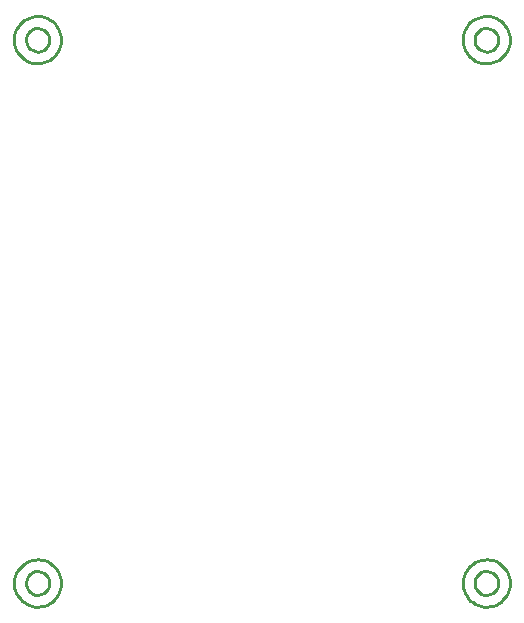
<source format=gko>
G04*
G04 #@! TF.GenerationSoftware,Altium Limited,Altium Designer,22.11.1 (43)*
G04*
G04 Layer_Color=16711935*
%FSLAX25Y25*%
%MOIN*%
G70*
G04*
G04 #@! TF.SameCoordinates,CE4FA216-54C7-4044-9C64-AD491F851F59*
G04*
G04*
G04 #@! TF.FilePolarity,Positive*
G04*
G01*
G75*
%ADD11C,0.01000*%
D11*
X11811Y188976D02*
X11687Y189955D01*
X11324Y190873D01*
X10744Y191672D01*
X9984Y192300D01*
X9091Y192721D01*
X8121Y192906D01*
X7136Y192844D01*
X6198Y192539D01*
X5364Y192010D01*
X4689Y191290D01*
X4214Y190426D01*
X3968Y189470D01*
Y188483D01*
X4214Y187527D01*
X4689Y186662D01*
X5364Y185943D01*
X6198Y185414D01*
X7136Y185109D01*
X8121Y185047D01*
X9091Y185232D01*
X9984Y185652D01*
X10744Y186281D01*
X11324Y187080D01*
X11687Y187997D01*
X11811Y188976D01*
X161417Y188976D02*
X161294Y189955D01*
X160930Y190873D01*
X160350Y191672D01*
X159590Y192300D01*
X158697Y192721D01*
X157728Y192906D01*
X156743Y192844D01*
X155804Y192539D01*
X154971Y192010D01*
X154295Y191290D01*
X153820Y190426D01*
X153574Y189470D01*
Y188483D01*
X153820Y187527D01*
X154295Y186662D01*
X154971Y185943D01*
X155804Y185414D01*
X156743Y185109D01*
X157728Y185047D01*
X158697Y185232D01*
X159590Y185652D01*
X160350Y186281D01*
X160930Y187080D01*
X161294Y187997D01*
X161417Y188976D01*
Y7874D02*
X161294Y8853D01*
X160930Y9771D01*
X160350Y10569D01*
X159590Y11198D01*
X158697Y11618D01*
X157728Y11803D01*
X156743Y11741D01*
X155804Y11436D01*
X154971Y10908D01*
X154295Y10188D01*
X153820Y9323D01*
X153574Y8367D01*
Y7381D01*
X153820Y6425D01*
X154295Y5560D01*
X154971Y4840D01*
X155804Y4312D01*
X156743Y4007D01*
X157728Y3945D01*
X158697Y4130D01*
X159590Y4550D01*
X160350Y5179D01*
X160930Y5977D01*
X161294Y6895D01*
X161417Y7874D01*
X11811Y7874D02*
X11687Y8853D01*
X11324Y9771D01*
X10744Y10569D01*
X9984Y11198D01*
X9091Y11618D01*
X8121Y11803D01*
X7136Y11741D01*
X6198Y11436D01*
X5364Y10908D01*
X4689Y10188D01*
X4214Y9323D01*
X3968Y8367D01*
Y7381D01*
X4214Y6425D01*
X4689Y5560D01*
X5364Y4840D01*
X6198Y4312D01*
X7136Y4007D01*
X8121Y3945D01*
X9091Y4130D01*
X9984Y4550D01*
X10744Y5179D01*
X11324Y5977D01*
X11687Y6895D01*
X11811Y7874D01*
X15748Y7874D02*
X15683Y8881D01*
X15491Y9871D01*
X15173Y10829D01*
X14735Y11738D01*
X14184Y12584D01*
X13530Y13352D01*
X12783Y14030D01*
X11956Y14607D01*
X11061Y15074D01*
X10114Y15423D01*
X9131Y15647D01*
X8126Y15744D01*
X7118Y15712D01*
X6122Y15551D01*
X5155Y15263D01*
X4232Y14855D01*
X3369Y14332D01*
X2580Y13703D01*
X1878Y12978D01*
X1275Y12170D01*
X780Y11290D01*
X401Y10355D01*
X145Y9379D01*
X16Y8378D01*
Y7369D01*
X145Y6369D01*
X401Y5393D01*
X780Y4458D01*
X1275Y3579D01*
X1878Y2770D01*
X2580Y2045D01*
X3369Y1416D01*
X4232Y893D01*
X5155Y484D01*
X6122Y197D01*
X7118Y36D01*
X8126Y4D01*
X9131Y101D01*
X10114Y326D01*
X11061Y674D01*
X11956Y1141D01*
X12783Y1718D01*
X13530Y2396D01*
X14184Y3164D01*
X14735Y4010D01*
X15173Y4919D01*
X15491Y5877D01*
X15683Y6867D01*
X15748Y7874D01*
Y188976D02*
X15683Y189983D01*
X15491Y190974D01*
X15173Y191931D01*
X14735Y192840D01*
X14184Y193686D01*
X13530Y194454D01*
X12783Y195133D01*
X11956Y195710D01*
X11061Y196177D01*
X10114Y196525D01*
X9131Y196749D01*
X8126Y196846D01*
X7118Y196814D01*
X6122Y196653D01*
X5155Y196366D01*
X4232Y195958D01*
X3369Y195434D01*
X2580Y194805D01*
X1878Y194080D01*
X1275Y193272D01*
X780Y192393D01*
X401Y191457D01*
X145Y190482D01*
X16Y189481D01*
Y188472D01*
X145Y187471D01*
X401Y186495D01*
X780Y185560D01*
X1275Y184681D01*
X1878Y183872D01*
X2580Y183147D01*
X3369Y182518D01*
X4232Y181995D01*
X5155Y181587D01*
X6122Y181300D01*
X7118Y181139D01*
X8126Y181106D01*
X9131Y181203D01*
X10114Y181428D01*
X11061Y181776D01*
X11956Y182243D01*
X12783Y182820D01*
X13530Y183499D01*
X14184Y184267D01*
X14735Y185112D01*
X15173Y186021D01*
X15491Y186979D01*
X15683Y187970D01*
X15748Y188976D01*
X165354Y7874D02*
X165290Y8881D01*
X165097Y9871D01*
X164779Y10829D01*
X164341Y11738D01*
X163791Y12584D01*
X163137Y13352D01*
X162390Y14030D01*
X161562Y14607D01*
X160668Y15074D01*
X159721Y15423D01*
X158737Y15647D01*
X157733Y15744D01*
X156724Y15712D01*
X155728Y15551D01*
X154761Y15263D01*
X153838Y14855D01*
X152975Y14332D01*
X152187Y13703D01*
X151485Y12978D01*
X150881Y12170D01*
X150386Y11290D01*
X150007Y10355D01*
X149751Y9379D01*
X149622Y8378D01*
Y7369D01*
X149751Y6369D01*
X150007Y5393D01*
X150386Y4458D01*
X150881Y3579D01*
X151485Y2770D01*
X152187Y2045D01*
X152975Y1416D01*
X153838Y893D01*
X154761Y484D01*
X155728Y197D01*
X156724Y36D01*
X157733Y4D01*
X158737Y101D01*
X159721Y326D01*
X160668Y674D01*
X161562Y1141D01*
X162390Y1718D01*
X163137Y2396D01*
X163791Y3164D01*
X164341Y4010D01*
X164779Y4919D01*
X165097Y5877D01*
X165290Y6867D01*
X165354Y7874D01*
Y188976D02*
X165290Y189983D01*
X165097Y190974D01*
X164779Y191931D01*
X164341Y192840D01*
X163791Y193686D01*
X163137Y194454D01*
X162390Y195133D01*
X161562Y195710D01*
X160668Y196177D01*
X159721Y196525D01*
X158737Y196749D01*
X157733Y196846D01*
X156724Y196814D01*
X155728Y196653D01*
X154761Y196366D01*
X153838Y195958D01*
X152975Y195434D01*
X152187Y194805D01*
X151485Y194080D01*
X150881Y193272D01*
X150386Y192393D01*
X150007Y191457D01*
X149751Y190482D01*
X149622Y189481D01*
Y188472D01*
X149751Y187471D01*
X150007Y186495D01*
X150386Y185560D01*
X150881Y184681D01*
X151485Y183872D01*
X152187Y183147D01*
X152975Y182518D01*
X153838Y181995D01*
X154761Y181587D01*
X155728Y181300D01*
X156724Y181139D01*
X157733Y181106D01*
X158737Y181203D01*
X159721Y181428D01*
X160668Y181776D01*
X161562Y182243D01*
X162390Y182820D01*
X163137Y183499D01*
X163791Y184267D01*
X164341Y185112D01*
X164779Y186021D01*
X165097Y186979D01*
X165290Y187970D01*
X165354Y188976D01*
M02*

</source>
